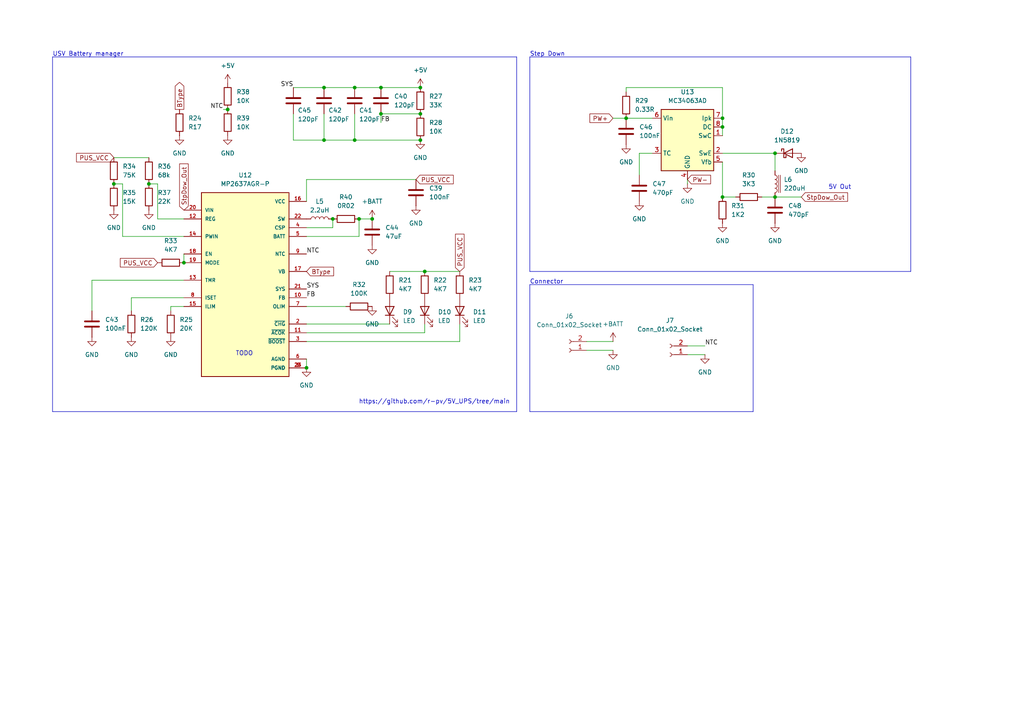
<source format=kicad_sch>
(kicad_sch (version 20231120) (generator "eeschema") (generator_version "8.0")
  (paper "A4")
  (lib_symbols
    (symbol "Connector:Conn_01x02_Socket" (pin_names (offset 1.016) hide)
      (property "Reference" "J" (at 0 2.54 0))
      (property "Value" "Conn_01x02_Socket" (at 0 -5.08 0))
      (symbol "Conn_01x02_Socket_1_1"
        (arc (start 0 -2.032) (mid -0.5058 -2.54) (end 0 -3.048) (stroke (width 0.1524)))
        (polyline (pts (xy -1.27 -2.54) (xy -0.508 -2.54)) (stroke (width 0.1524)))
        (polyline (pts (xy -1.27 0) (xy -0.508 0)) (stroke (width 0.1524)))
        (arc (start 0 0.508) (mid -0.5058 0) (end 0 -0.508) (stroke (width 0.1524)))
        (pin passive line (at -5.08 0 0) (length 3.81) (name "Pin_1") (number "1"))
        (pin passive line (at -5.08 -2.54 0) (length 3.81) (name "Pin_2") (number "2"))
      )
    )
    (symbol "Device:C" (pin_numbers hide) (pin_names (offset 0.254))
      (property "Reference" "C" (at 0.635 2.54 0))
      (property "Value" "C" (at 0.635 -2.54 0))
      (symbol "C_0_1"
        (polyline (pts (xy -2.032 -0.762) (xy 2.032 -0.762)) (stroke (width 0.508)))
        (polyline (pts (xy -2.032 0.762) (xy 2.032 0.762)) (stroke (width 0.508)))
      )
      (symbol "C_1_1"
        (pin passive line (at 0 3.81 270) (length 2.794) (name "~") (number "1"))
        (pin passive line (at 0 -3.81 90) (length 2.794) (name "~") (number "2"))
      )
    )
    (symbol "Device:L" (pin_numbers hide) (pin_names (offset 1.016) hide)
      (property "Reference" "L" (at -1.27 0 90))
      (property "Value" "L" (at 1.905 0 90))
      (symbol "L_0_1"
        (arc (start 0 -2.54) (mid 0.6323 -1.905) (end 0 -1.27))
        (arc (start 0 -1.27) (mid 0.6323 -0.635) (end 0 0))
        (arc (start 0 0) (mid 0.6323 0.635) (end 0 1.27))
        (arc (start 0 1.27) (mid 0.6323 1.905) (end 0 2.54))
      )
      (symbol "L_1_1"
        (pin passive line (at 0 3.81 270) (length 1.27) (name "1") (number "1"))
        (pin passive line (at 0 -3.81 90) (length 1.27) (name "2") (number "2"))
      )
    )
    (symbol "Device:LED" (pin_numbers hide) (pin_names (offset 1.016) hide)
      (property "Reference" "D" (at 0 2.54 0))
      (property "Value" "LED" (at 0 -2.54 0))
      (symbol "LED_0_1"
        (polyline (pts (xy -1.27 -1.27) (xy -1.27 1.27)) (stroke (width 0.254)))
        (polyline (pts (xy -1.27 0) (xy 1.27 0)))
        (polyline (pts (xy 1.27 -1.27) (xy 1.27 1.27) (xy -1.27 0) (xy 1.27 -1.27)) (stroke (width 0.254)))
        (polyline (pts (xy -3.048 -0.762) (xy -4.572 -2.286) (xy -3.81 -2.286) (xy -4.572 -2.286) (xy -4.572 -1.524)))
        (polyline (pts (xy -1.778 -0.762) (xy -3.302 -2.286) (xy -2.54 -2.286) (xy -3.302 -2.286) (xy -3.302 -1.524)))
      )
      (symbol "LED_1_1"
        (pin passive line (at -3.81 0 0) (length 2.54) (name "K") (number "1"))
        (pin passive line (at 3.81 0 180) (length 2.54) (name "A") (number "2"))
      )
    )
    (symbol "Device:L_Iron" (pin_numbers hide) (pin_names (offset 1.016) hide)
      (property "Reference" "L" (at -1.27 0 90))
      (property "Value" "L_Iron" (at 2.794 0 90))
      (symbol "L_Iron_0_1"
        (arc (start 0 -2.54) (mid 0.6323 -1.905) (end 0 -1.27))
        (arc (start 0 -1.27) (mid 0.6323 -0.635) (end 0 0))
        (polyline (pts (xy 1.016 2.54) (xy 1.016 -2.54)))
        (polyline (pts (xy 1.524 -2.54) (xy 1.524 2.54)))
        (arc (start 0 0) (mid 0.6323 0.635) (end 0 1.27))
        (arc (start 0 1.27) (mid 0.6323 1.905) (end 0 2.54))
      )
      (symbol "L_Iron_1_1"
        (pin passive line (at 0 3.81 270) (length 1.27) (name "1") (number "1"))
        (pin passive line (at 0 -3.81 90) (length 1.27) (name "2") (number "2"))
      )
    )
    (symbol "Device:R" (pin_numbers hide) (pin_names (offset 0))
      (property "Reference" "R" (at 2.032 0 90))
      (property "Value" "R" (at 0 0 90))
      (symbol "R_0_1"
        (rectangle (start -1.016 -2.54) (end 1.016 2.54) (stroke (width 0.254)))
      )
      (symbol "R_1_1"
        (pin passive line (at 0 3.81 270) (length 1.27) (name "~") (number "1"))
        (pin passive line (at 0 -3.81 90) (length 1.27) (name "~") (number "2"))
      )
    )
    (symbol "Diode:1N5819" (pin_numbers hide) (pin_names (offset 1.016) hide)
      (property "Reference" "D" (at 0 2.54 0))
      (property "Value" "1N5819" (at 0 -2.54 0))
      (symbol "1N5819_0_1"
        (polyline (pts (xy 1.27 0) (xy -1.27 0)))
        (polyline (pts (xy 1.27 1.27) (xy 1.27 -1.27) (xy -1.27 0) (xy 1.27 1.27)) (stroke (width 0.254)))
        (polyline (pts (xy -1.905 0.635) (xy -1.905 1.27) (xy -1.27 1.27) (xy -1.27 -1.27) (xy -0.635 -1.27) (xy -0.635 -0.635)) (stroke (width 0.254)))
      )
      (symbol "1N5819_1_1"
        (pin passive line (at -3.81 0 0) (length 2.54) (name "K") (number "1"))
        (pin passive line (at 3.81 0 180) (length 2.54) (name "A") (number "2"))
      )
    )
    (symbol "MP2637AGR-P:MP2637AGR-P" (pin_names (offset 1.016))
      (property "Reference" "U" (at -12.7 28.702 0))
      (property "Value" "MP2637AGR-P" (at -12.7 -27.94 0))
      (symbol "MP2637AGR-P_0_0"
        (rectangle (start -12.7 -25.4) (end 12.7 27.94) (stroke (width 0.254)) (fill (type background)))
        (pin power_in line (at 17.78 -22.86 180) (length 5.08) (name "PGND") (number "1"))
        (pin input line (at 17.78 -2.54 180) (length 5.08) (name "FB") (number "10"))
        (pin output line (at 17.78 -12.7 180) (length 5.08) (name "~{ACOK}") (number "11"))
        (pin input line (at -17.78 20.32 0) (length 5.08) (name "REG") (number "12"))
        (pin input line (at -17.78 2.54 0) (length 5.08) (name "TMR") (number "13"))
        (pin input line (at -17.78 15.24 0) (length 5.08) (name "PWIN") (number "14"))
        (pin passive line (at -17.78 -5.08 0) (length 5.08) (name "ILIM") (number "15"))
        (pin power_in line (at 17.78 25.4 180) (length 5.08) (name "VCC") (number "16"))
        (pin input line (at 17.78 5.08 180) (length 5.08) (name "VB") (number "17"))
        (pin input line (at -17.78 10.16 0) (length 5.08) (name "EN") (number "18"))
        (pin input line (at -17.78 7.62 0) (length 5.08) (name "MODE") (number "19"))
        (pin output line (at 17.78 -10.16 180) (length 5.08) (name "~{CHG}") (number "2"))
        (pin input line (at -17.78 22.86 0) (length 5.08) (name "VIN") (number "20"))
        (pin output line (at 17.78 0 180) (length 5.08) (name "SYS") (number "21"))
        (pin output line (at 17.78 20.32 180) (length 5.08) (name "SW") (number "22"))
        (pin power_in line (at 17.78 -22.86 180) (length 5.08) (name "PGND") (number "23"))
        (pin power_in line (at 17.78 -22.86 180) (length 5.08) (name "PGND") (number "24"))
        (pin output line (at 17.78 -15.24 180) (length 5.08) (name "~{BOOST}") (number "3"))
        (pin input line (at 17.78 17.78 180) (length 5.08) (name "CSP") (number "4"))
        (pin input line (at 17.78 15.24 180) (length 5.08) (name "BATT") (number "5"))
        (pin power_in line (at 17.78 -20.32 180) (length 5.08) (name "AGND") (number "6"))
        (pin passive line (at 17.78 -5.08 180) (length 5.08) (name "OLIM") (number "7"))
        (pin passive line (at -17.78 -2.54 0) (length 5.08) (name "ISET") (number "8"))
        (pin passive line (at 17.78 10.16 180) (length 5.08) (name "NTC") (number "9"))
      )
    )
    (symbol "Regulator_Switching:MC34063AD"
      (property "Reference" "U" (at -7.62 8.89 0))
      (property "Value" "MC34063AD" (at 0 8.89 0))
      (symbol "MC34063AD_0_1"
        (rectangle (start -7.62 7.62) (end 7.62 -10.16) (stroke (width 0.254)) (fill (type background)))
      )
      (symbol "MC34063AD_1_1"
        (pin open_collector line (at 10.16 0 180) (length 2.54) (name "SwC") (number "1"))
        (pin open_emitter line (at 10.16 -5.08 180) (length 2.54) (name "SwE") (number "2"))
        (pin passive line (at -10.16 -5.08 0) (length 2.54) (name "TC") (number "3"))
        (pin power_in line (at 0 -12.7 90) (length 2.54) (name "GND") (number "4"))
        (pin input line (at 10.16 -7.62 180) (length 2.54) (name "Vfb") (number "5"))
        (pin power_in line (at -10.16 5.08 0) (length 2.54) (name "Vin") (number "6"))
        (pin input line (at 10.16 5.08 180) (length 2.54) (name "Ipk") (number "7"))
        (pin open_collector line (at 10.16 2.54 180) (length 2.54) (name "DC") (number "8"))
      )
    )
    (symbol "power:+5V" (power) (pin_numbers hide) (pin_names (offset 0) hide)
      (property "Value" "+5V" (at 0 3.556 0))
      (symbol "+5V_0_1"
        (polyline (pts (xy -0.762 1.27) (xy 0 2.54)))
        (polyline (pts (xy 0 0) (xy 0 2.54)))
        (polyline (pts (xy 0 2.54) (xy 0.762 1.27)))
      )
      (symbol "+5V_1_1"
        (pin power_in line (at 0 0 90) (length 0) (name "~") (number "1"))
      )
    )
    (symbol "power:+BATT" (power) (pin_numbers hide) (pin_names (offset 0) hide)
      (property "Value" "+BATT" (at 0 3.556 0))
      (symbol "+BATT_0_1"
        (polyline (pts (xy -0.762 1.27) (xy 0 2.54)))
        (polyline (pts (xy 0 0) (xy 0 2.54)))
        (polyline (pts (xy 0 2.54) (xy 0.762 1.27)))
      )
      (symbol "+BATT_1_1"
        (pin power_in line (at 0 0 90) (length 0) (name "~") (number "1"))
      )
    )
    (symbol "power:GND" (power) (pin_numbers hide) (pin_names (offset 0) hide)
      (property "Value" "GND" (at 0 -3.81 0))
      (symbol "GND_0_1"
        (polyline (pts (xy 0 0) (xy 0 -1.27) (xy 1.27 -1.27) (xy 0 -2.54) (xy -1.27 -1.27) (xy 0 -1.27)))
      )
      (symbol "GND_1_1"
        (pin power_in line (at 0 0 270) (length 0) (name "~") (number "1"))
      )
    )
  )
  (junction (at 53.34 76.2))
  (junction (at 209.55 36.83))
  (junction (at 93.98 25.4))
  (junction (at 121.92 40.64))
  (junction (at 121.92 25.4))
  (junction (at 209.55 34.29))
  (junction (at 181.61 34.29))
  (junction (at 96.52 63.5))
  (junction (at 93.98 40.64))
  (junction (at 88.9 106.68))
  (junction (at 110.49 33.02))
  (junction (at 224.79 57.15))
  (junction (at 33.02 53.34))
  (junction (at 123.19 78.74))
  (junction (at 43.18 53.34))
  (junction (at 224.79 44.45))
  (junction (at 102.87 25.4))
  (junction (at 121.92 33.02))
  (junction (at 66.04 31.75))
  (junction (at 209.55 57.15))
  (junction (at 102.87 40.64))
  (junction (at 104.14 63.5))
  (junction (at 110.49 25.4))
  (junction (at 107.95 63.5))
  (wire (pts (xy 189.23 44.45) (xy 185.42 44.45)))
  (wire (pts (xy 93.98 25.4) (xy 102.87 25.4)))
  (wire (pts (xy 53.34 86.36) (xy 38.1 86.36)))
  (wire (pts (xy 224.79 57.15) (xy 232.41 57.15)))
  (wire (pts (xy 123.19 96.52) (xy 123.19 93.98)))
  (wire (pts (xy 110.49 33.02) (xy 121.92 33.02)))
  (polyline (pts (xy 153.67 16.51) (xy 153.67 78.74)) (stroke (width 0) (type solid)))
  (wire (pts (xy 100.33 88.9) (xy 88.9 88.9)))
  (polyline (pts (xy 153.67 82.55) (xy 153.67 119.38)) (stroke (width 0) (type solid)))
  (polyline (pts (xy 153.67 78.74) (xy 264.16 78.74)) (stroke (width 0) (type solid)))
  (wire (pts (xy 102.87 25.4) (xy 110.49 25.4)))
  (wire (pts (xy 53.34 63.5) (xy 45.72 63.5)))
  (wire (pts (xy 66.04 31.75) (xy 64.77 31.75)))
  (wire (pts (xy 88.9 99.06) (xy 133.35 99.06)))
  (polyline (pts (xy 15.24 16.51) (xy 149.86 16.51)) (stroke (width 0) (type solid)))
  (polyline (pts (xy 153.67 82.55) (xy 218.44 82.55)) (stroke (width 0) (type solid)))
  (wire (pts (xy 185.42 44.45) (xy 185.42 50.8)))
  (polyline (pts (xy 149.86 119.38) (xy 149.86 16.51)) (stroke (width 0) (type solid)))
  (polyline (pts (xy 15.24 16.51) (xy 15.24 119.38)) (stroke (width 0) (type solid)))
  (wire (pts (xy 104.14 68.58) (xy 104.14 63.5)))
  (wire (pts (xy 199.39 100.33) (xy 204.47 100.33)))
  (wire (pts (xy 35.56 53.34) (xy 33.02 53.34)))
  (wire (pts (xy 88.9 68.58) (xy 104.14 68.58)))
  (wire (pts (xy 209.55 25.4) (xy 209.55 34.29)))
  (wire (pts (xy 199.39 53.34) (xy 199.39 52.07)))
  (wire (pts (xy 224.79 44.45) (xy 209.55 44.45)))
  (wire (pts (xy 33.02 45.72) (xy 43.18 45.72)))
  (wire (pts (xy 209.55 57.15) (xy 213.36 57.15)))
  (wire (pts (xy 96.52 66.04) (xy 96.52 63.5)))
  (wire (pts (xy 102.87 33.02) (xy 102.87 40.64)))
  (wire (pts (xy 181.61 34.29) (xy 189.23 34.29)))
  (wire (pts (xy 85.09 40.64) (xy 93.98 40.64)))
  (polyline (pts (xy 218.44 119.38) (xy 218.44 82.55)) (stroke (width 0) (type solid)))
  (wire (pts (xy 53.34 88.9) (xy 49.53 88.9)))
  (wire (pts (xy 93.98 40.64) (xy 102.87 40.64)))
  (wire (pts (xy 35.56 68.58) (xy 35.56 53.34)))
  (wire (pts (xy 88.9 104.14) (xy 88.9 106.68)))
  (wire (pts (xy 113.03 78.74) (xy 123.19 78.74)))
  (wire (pts (xy 120.65 52.07) (xy 88.9 52.07)))
  (polyline (pts (xy 153.67 119.38) (xy 218.44 119.38)) (stroke (width 0) (type solid)))
  (wire (pts (xy 85.09 25.4) (xy 93.98 25.4)))
  (wire (pts (xy 123.19 78.74) (xy 133.35 78.74)))
  (wire (pts (xy 26.67 81.28) (xy 26.67 90.17)))
  (wire (pts (xy 93.98 33.02) (xy 93.98 40.64)))
  (wire (pts (xy 88.9 96.52) (xy 123.19 96.52)))
  (wire (pts (xy 88.9 52.07) (xy 88.9 58.42)))
  (wire (pts (xy 209.55 34.29) (xy 209.55 36.83)))
  (wire (pts (xy 110.49 25.4) (xy 121.92 25.4)))
  (wire (pts (xy 209.55 36.83) (xy 209.55 39.37)))
  (wire (pts (xy 45.72 53.34) (xy 43.18 53.34)))
  (wire (pts (xy 104.14 63.5) (xy 107.95 63.5)))
  (wire (pts (xy 209.55 46.99) (xy 209.55 57.15)))
  (wire (pts (xy 88.9 93.98) (xy 113.03 93.98)))
  (wire (pts (xy 45.72 63.5) (xy 45.72 53.34)))
  (wire (pts (xy 181.61 25.4) (xy 181.61 26.67)))
  (polyline (pts (xy 15.24 119.38) (xy 149.86 119.38)) (stroke (width 0) (type solid)))
  (wire (pts (xy 88.9 66.04) (xy 96.52 66.04)))
  (polyline (pts (xy 153.67 16.51) (xy 264.16 16.51)) (stroke (width 0) (type solid)))
  (wire (pts (xy 38.1 86.36) (xy 38.1 90.17)))
  (wire (pts (xy 53.34 73.66) (xy 53.34 76.2)))
  (wire (pts (xy 110.49 35.56) (xy 110.49 33.02)))
  (polyline (pts (xy 264.16 78.74) (xy 264.16 16.51)) (stroke (width 0) (type solid)))
  (wire (pts (xy 220.98 57.15) (xy 224.79 57.15)))
  (wire (pts (xy 85.09 33.02) (xy 85.09 40.64)))
  (wire (pts (xy 224.79 44.45) (xy 224.79 49.53)))
  (wire (pts (xy 49.53 88.9) (xy 49.53 90.17)))
  (wire (pts (xy 177.8 101.6) (xy 170.18 101.6)))
  (wire (pts (xy 170.18 99.06) (xy 177.8 99.06)))
  (wire (pts (xy 181.61 25.4) (xy 209.55 25.4)))
  (wire (pts (xy 35.56 68.58) (xy 53.34 68.58)))
  (wire (pts (xy 133.35 99.06) (xy 133.35 93.98)))
  (wire (pts (xy 53.34 81.28) (xy 26.67 81.28)))
  (wire (pts (xy 102.87 40.64) (xy 121.92 40.64)))
  (wire (pts (xy 204.47 102.87) (xy 199.39 102.87)))
  (wire (pts (xy 177.8 34.29) (xy 181.61 34.29)))
  (text "USV Battery manager" (at 15.24 16.51 0) (effects (font (size 1.27 1.27)) (justify left bottom)))
  (text "https://github.com/r-pv/5V_UPS/tree/main" (at 125.984 116.586 0) (effects (font (size 1.27 1.27))))
  (text "5V Out" (at 243.586 54.356 0) (effects (font (size 1.27 1.27))))
  (text "Step Down" (at 153.67 16.51 0) (effects (font (size 1.27 1.27)) (justify left bottom)))
  (text "Connector" (at 153.67 82.55 0) (effects (font (size 1.27 1.27)) (justify left bottom)))
  (text "TODO" (at 70.866 102.616 0) (effects (font (size 1.27 1.27))))
  (label "NTC" (at 204.47 100.33 0))
  (label "FB" (at 88.9 86.36 0))
  (label "SYS" (at 88.9 83.82 0))
  (label "SYS" (at 85.09 25.4 180))
  (label "NTC" (at 88.9 73.66 0))
  (label "NTC" (at 64.77 31.75 180))
  (label "FB" (at 110.49 35.56 0))
  (global_label "PUS_VCC" (shape input) (at 45.72 76.2 180) (property "Intersheetrefs" "${INTERSHEET_REFS}" (effects (hide yes))))
  (global_label "BType" (shape output) (at 52.07 31.75 90) (property "Intersheetrefs" "${INTERSHEET_REFS}" (effects (hide yes))))
  (global_label "PW-" (shape input) (at 199.39 52.07 0) (property "Intersheetrefs" "${INTERSHEET_REFS}" (effects (hide yes))))
  (global_label "PUS_VCC" (shape input) (at 120.65 52.07 0) (property "Intersheetrefs" "${INTERSHEET_REFS}" (effects (hide yes))))
  (global_label "BType" (shape input) (at 88.9 78.74 0) (property "Intersheetrefs" "${INTERSHEET_REFS}" (effects (hide yes))))
  (global_label "PUS_VCC" (shape input) (at 33.02 45.72 180) (property "Intersheetrefs" "${INTERSHEET_REFS}" (effects (hide yes))))
  (global_label "StpDow_Out" (shape input) (at 53.34 60.96 90) (property "Intersheetrefs" "${INTERSHEET_REFS}" (effects (hide yes))))
  (global_label "PW+" (shape input) (at 177.8 34.29 180) (property "Intersheetrefs" "${INTERSHEET_REFS}" (effects (hide yes))))
  (global_label "StpDow_Out" (shape input) (at 232.41 57.15 0) (property "Intersheetrefs" "${INTERSHEET_REFS}" (effects (hide yes))))
  (global_label "PUS_VCC" (shape input) (at 133.35 78.74 90) (property "Intersheetrefs" "${INTERSHEET_REFS}" (effects (hide yes))))
  (symbol (lib_id "Device:LED") (at 113.03 90.17 90) (unit 1)
    (property "Reference" "D9" (at 116.84 90.4874 90) (effects (justify right)))
    (property "Value" "LED" (at 116.84 93.0274 90) (effects (justify right)))
    (property "Footprint" "Capacitor_SMD:C_0603_1608Metric" (effects (hide yes)))
    (property "Description" "Light emitting diode" (effects (hide yes)))
  )
  (symbol (lib_id "Device:R") (at 100.33 63.5 90) (unit 1)
    (property "Reference" "R40" (at 100.33 57.15 90))
    (property "Value" "0R02" (at 100.33 59.69 90))
    (property "Footprint" "Resistor_SMD:R_0603_1608Metric" (effects (hide yes)))
    (property "Description" "Resistor" (effects (hide yes)))
  )
  (symbol (lib_id "Device:C") (at 26.67 93.98 0) (unit 1)
    (property "Reference" "C43" (at 30.48 92.7099 0) (effects (justify left)))
    (property "Value" "100nF" (at 30.48 95.2499 0) (effects (justify left)))
    (property "Description" "Unpolarized capacitor" (effects (hide yes)))
  )
  (symbol (lib_id "power:GND") (at 49.53 97.79 0) (unit 1)
    (property "Reference" "#PWR066" (effects (hide yes)))
    (property "Value" "GND" (at 49.53 102.87 0))
    (property "Description" "Power symbol creates a global label with name \"GND\" , ground" (effects (hide yes)))
  )
  (symbol (lib_id "power:+BATT") (at 107.95 63.5 0) (unit 1)
    (property "Reference" "#PWR083" (effects (hide yes)))
    (property "Value" "+BATT" (at 107.95 58.42 0))
    (property "Description" "Power symbol creates a global label with name \"+BATT\"" (effects (hide yes)))
  )
  (symbol (lib_id "Device:R") (at 113.03 82.55 0) (unit 1)
    (property "Reference" "R21" (at 115.57 81.2799 0) (effects (justify left)))
    (property "Value" "4K7" (at 115.57 83.8199 0) (effects (justify left)))
    (property "Footprint" "Resistor_SMD:R_0603_1608Metric" (effects (hide yes)))
    (property "Description" "Resistor" (effects (hide yes)))
  )
  (symbol (lib_id "MP2637AGR-P:MP2637AGR-P") (at 71.12 83.82 0) (unit 1)
    (property "Reference" "U12" (at 71.12 50.8 0))
    (property "Value" "MP2637AGR-P" (at 71.12 53.34 0))
    (property "Footprint" "MP2637AGR-P:IC_MP2637AGR-P" (effects (hide yes)))
    (property "MF" "Monolithic Power Systems" (effects (hide yes)))
    (property "MAXIMUM_PACKAGE_HEIGHT" "1.05 mm" (effects (hide yes)))
    (property "Package" "None" (effects (hide yes)))
    (property "Price" "None" (effects (hide yes)))
    (property "Check_prices" "https://www.snapeda.com/parts/MP2637AGR-P/Monolithic+Power+Systems/view-part/?ref=eda" (effects (hide yes)))
    (property "STANDARD" "Manufacturer Recommendations" (effects (hide yes)))
    (property "PARTREV" "1.0" (effects (hide yes)))
    (property "SnapEDA_Link" "https://www.snapeda.com/parts/MP2637AGR-P/Monolithic+Power+Systems/view-part/?ref=snap" (effects (hide yes)))
    (property "MP" "MP2637AGR-P" (effects (hide yes)))
    (property "Description_1" "\nCharger IC Lithium Ion/Polymer 24-QFN (4x4)\n" (effects (hide yes)))
    (property "MANUFACTURER" "Monolithic Power Systems" (effects (hide yes)))
    (property "Availability" "In Stock" (effects (hide yes)))
    (property "SNAPEDA_PN" "MP2637AGR-P" (effects (hide yes)))
  )
  (symbol (lib_id "Device:L") (at 92.71 63.5 90) (unit 1)
    (property "Reference" "L5" (at 92.71 58.42 90))
    (property "Value" "2.2uH" (at 92.71 60.96 90))
    (property "Footprint" "Inductor_SMD:L_Bourns_SRP7028A_7.3x6.6mm" (effects (hide yes)))
    (property "Description" "Inductor" (effects (hide yes)))
  )
  (symbol (lib_id "Device:R") (at 33.02 57.15 0) (unit 1)
    (property "Reference" "R35" (at 35.56 55.8799 0) (effects (justify left)))
    (property "Value" "15K" (at 35.56 58.4199 0) (effects (justify left)))
    (property "Footprint" "Resistor_SMD:R_0603_1608Metric" (effects (hide yes)))
    (property "Description" "Resistor" (effects (hide yes)))
  )
  (symbol (lib_id "power:+BATT") (at 177.8 99.06 0) (unit 1)
    (property "Reference" "#PWR043" (effects (hide yes)))
    (property "Value" "+BATT" (at 177.8 93.98 0))
    (property "Description" "Power symbol creates a global label with name \"+BATT\"" (effects (hide yes)))
  )
  (symbol (lib_id "Device:R") (at 66.04 35.56 0) (unit 1)
    (property "Reference" "R39" (at 68.58 34.2899 0) (effects (justify left)))
    (property "Value" "10K" (at 68.58 36.8299 0) (effects (justify left)))
    (property "Footprint" "Resistor_SMD:R_0603_1608Metric" (effects (hide yes)))
    (property "Description" "Resistor" (effects (hide yes)))
  )
  (symbol (lib_id "Device:R") (at 66.04 27.94 0) (unit 1)
    (property "Reference" "R38" (at 68.58 26.6699 0) (effects (justify left)))
    (property "Value" "10K" (at 68.58 29.2099 0) (effects (justify left)))
    (property "Footprint" "Resistor_SMD:R_0603_1608Metric" (effects (hide yes)))
    (property "Description" "Resistor" (effects (hide yes)))
  )
  (symbol (lib_id "Device:R") (at 43.18 49.53 0) (unit 1)
    (property "Reference" "R36" (at 45.72 48.2599 0) (effects (justify left)))
    (property "Value" "68k" (at 45.72 50.7999 0) (effects (justify left)))
    (property "Footprint" "Resistor_SMD:R_0603_1608Metric" (effects (hide yes)))
    (property "Description" "Resistor" (effects (hide yes)))
  )
  (symbol (lib_id "power:GND") (at 185.42 58.42 0) (unit 1)
    (property "Reference" "#PWR073" (effects (hide yes)))
    (property "Value" "GND" (at 185.42 63.5 0))
    (property "Description" "Power symbol creates a global label with name \"GND\" , ground" (effects (hide yes)))
  )
  (symbol (lib_id "Device:R") (at 33.02 49.53 0) (unit 1)
    (property "Reference" "R34" (at 35.56 48.2599 0) (effects (justify left)))
    (property "Value" "75K" (at 35.56 50.7999 0) (effects (justify left)))
    (property "Footprint" "Resistor_SMD:R_0603_1608Metric" (effects (hide yes)))
    (property "Description" "Resistor" (effects (hide yes)))
  )
  (symbol (lib_id "power:GND") (at 224.79 64.77 0) (unit 1)
    (property "Reference" "#PWR075" (effects (hide yes)))
    (property "Value" "GND" (at 224.79 69.85 0))
    (property "Description" "Power symbol creates a global label with name \"GND\" , ground" (effects (hide yes)))
  )
  (symbol (lib_id "Device:LED") (at 133.35 90.17 90) (unit 1)
    (property "Reference" "D11" (at 137.16 90.4874 90) (effects (justify right)))
    (property "Value" "LED" (at 137.16 93.0274 90) (effects (justify right)))
    (property "Footprint" "Capacitor_SMD:C_0603_1608Metric" (effects (hide yes)))
    (property "Description" "Light emitting diode" (effects (hide yes)))
  )
  (symbol (lib_id "power:GND") (at 33.02 60.96 0) (unit 1)
    (property "Reference" "#PWR079" (effects (hide yes)))
    (property "Value" "GND" (at 33.02 66.04 0))
    (property "Description" "Power symbol creates a global label with name \"GND\" , ground" (effects (hide yes)))
  )
  (symbol (lib_id "Device:C") (at 107.95 67.31 0) (unit 1)
    (property "Reference" "C44" (at 111.76 66.0399 0) (effects (justify left)))
    (property "Value" "47uF" (at 111.76 68.5799 0) (effects (justify left)))
    (property "Description" "Unpolarized capacitor" (effects (hide yes)))
  )
  (symbol (lib_id "Device:C") (at 110.49 29.21 0) (unit 1)
    (property "Reference" "C40" (at 114.3 27.9399 0) (effects (justify left)))
    (property "Value" "120pF" (at 114.3 30.4799 0) (effects (justify left)))
    (property "Description" "Unpolarized capacitor" (effects (hide yes)))
  )
  (symbol (lib_id "Device:R") (at 133.35 82.55 0) (unit 1)
    (property "Reference" "R23" (at 135.89 81.2799 0) (effects (justify left)))
    (property "Value" "4K7" (at 135.89 83.8199 0) (effects (justify left)))
    (property "Footprint" "Resistor_SMD:R_0603_1608Metric" (effects (hide yes)))
    (property "Description" "Resistor" (effects (hide yes)))
  )
  (symbol (lib_id "power:GND") (at 88.9 106.68 0) (unit 1)
    (property "Reference" "#PWR018" (effects (hide yes)))
    (property "Value" "GND" (at 88.9 111.76 0))
    (property "Description" "Power symbol creates a global label with name \"GND\" , ground" (effects (hide yes)))
  )
  (symbol (lib_id "power:GND") (at 38.1 97.79 0) (unit 1)
    (property "Reference" "#PWR067" (effects (hide yes)))
    (property "Value" "GND" (at 38.1 102.87 0))
    (property "Description" "Power symbol creates a global label with name \"GND\" , ground" (effects (hide yes)))
  )
  (symbol (lib_id "Device:R") (at 49.53 93.98 0) (unit 1)
    (property "Reference" "R25" (at 52.07 92.7099 0) (effects (justify left)))
    (property "Value" "20K" (at 52.07 95.2499 0) (effects (justify left)))
    (property "Footprint" "Resistor_SMD:R_0603_1608Metric" (effects (hide yes)))
    (property "Description" "Resistor" (effects (hide yes)))
  )
  (symbol (lib_id "Device:C") (at 102.87 29.21 0) (unit 1)
    (property "Reference" "C41" (at 104.14 32.004 0) (effects (justify left)))
    (property "Value" "120pF" (at 104.14 34.544 0) (effects (justify left)))
    (property "Description" "Unpolarized capacitor" (effects (hide yes)))
  )
  (symbol (lib_id "Device:R") (at 121.92 29.21 0) (unit 1)
    (property "Reference" "R27" (at 124.46 27.9399 0) (effects (justify left)))
    (property "Value" "33K" (at 124.46 30.4799 0) (effects (justify left)))
    (property "Footprint" "Resistor_SMD:R_0603_1608Metric" (effects (hide yes)))
    (property "Description" "Resistor" (effects (hide yes)))
  )
  (symbol (lib_id "Device:R") (at 38.1 93.98 0) (unit 1)
    (property "Reference" "R26" (at 40.64 92.7099 0) (effects (justify left)))
    (property "Value" "120K" (at 40.64 95.2499 0) (effects (justify left)))
    (property "Footprint" "Resistor_SMD:R_0603_1608Metric" (effects (hide yes)))
    (property "Description" "Resistor" (effects (hide yes)))
  )
  (symbol (lib_id "Device:R") (at 123.19 82.55 0) (unit 1)
    (property "Reference" "R22" (at 125.73 81.2799 0) (effects (justify left)))
    (property "Value" "4K7" (at 125.73 83.8199 0) (effects (justify left)))
    (property "Footprint" "Resistor_SMD:R_0603_1608Metric" (effects (hide yes)))
    (property "Description" "Resistor" (effects (hide yes)))
  )
  (symbol (lib_id "Diode:1N5819") (at 228.6 44.45 0) (unit 1)
    (property "Reference" "D12" (at 228.2825 38.1 0))
    (property "Value" "1N5819" (at 228.2825 40.64 0))
    (property "Footprint" "Diode_THT:D_DO-41_SOD81_P10.16mm_Horizontal" (effects (hide yes)))
    (property "Datasheet" "http://www.vishay.com/docs/88525/1n5817.pdf" (effects (hide yes)))
    (property "Description" "40V 1A Schottky Barrier Rectifier Diode, DO-41" (effects (hide yes)))
  )
  (symbol (lib_id "power:GND") (at 26.67 97.79 0) (unit 1)
    (property "Reference" "#PWR077" (effects (hide yes)))
    (property "Value" "GND" (at 26.67 102.87 0))
    (property "Description" "Power symbol creates a global label with name \"GND\" , ground" (effects (hide yes)))
  )
  (symbol (lib_id "Device:R") (at 52.07 35.56 0) (unit 1)
    (property "Reference" "R24" (at 54.61 34.2899 0) (effects (justify left)))
    (property "Value" "R17" (at 54.61 36.8299 0) (effects (justify left)))
    (property "Footprint" "Resistor_SMD:R_0603_1608Metric" (effects (hide yes)))
    (property "Description" "Resistor" (effects (hide yes)))
  )
  (symbol (lib_id "power:GND") (at 66.04 39.37 0) (unit 1)
    (property "Reference" "#PWR082" (effects (hide yes)))
    (property "Value" "GND" (at 66.04 44.45 0))
    (property "Description" "Power symbol creates a global label with name \"GND\" , ground" (effects (hide yes)))
  )
  (symbol (lib_id "Device:R") (at 121.92 36.83 0) (unit 1)
    (property "Reference" "R28" (at 124.46 35.5599 0) (effects (justify left)))
    (property "Value" "10K" (at 124.46 38.0999 0) (effects (justify left)))
    (property "Footprint" "Resistor_SMD:R_0603_1608Metric" (effects (hide yes)))
    (property "Description" "Resistor" (effects (hide yes)))
  )
  (symbol (lib_id "Device:C") (at 120.65 55.88 0) (unit 1)
    (property "Reference" "C39" (at 124.46 54.6099 0) (effects (justify left)))
    (property "Value" "100nF" (at 124.46 57.1499 0) (effects (justify left)))
    (property "Description" "Unpolarized capacitor" (effects (hide yes)))
  )
  (symbol (lib_id "power:GND") (at 181.61 41.91 0) (unit 1)
    (property "Reference" "#PWR072" (effects (hide yes)))
    (property "Value" "GND" (at 181.61 46.99 0))
    (property "Description" "Power symbol creates a global label with name \"GND\" , ground" (effects (hide yes)))
  )
  (symbol (lib_id "power:GND") (at 199.39 53.34 0) (unit 1)
    (property "Reference" "#PWR070" (effects (hide yes)))
    (property "Value" "GND" (at 199.39 58.42 0))
    (property "Description" "Power symbol creates a global label with name \"GND\" , ground" (effects (hide yes)))
  )
  (symbol (lib_id "Device:R") (at 104.14 88.9 90) (unit 1)
    (property "Reference" "R32" (at 104.14 82.55 90))
    (property "Value" "100K" (at 104.14 85.09 90))
    (property "Footprint" "Resistor_SMD:R_0603_1608Metric" (effects (hide yes)))
    (property "Description" "Resistor" (effects (hide yes)))
  )
  (symbol (lib_id "power:+5V") (at 121.92 25.4 0) (unit 1)
    (property "Reference" "#PWR069" (effects (hide yes)))
    (property "Value" "+5V" (at 121.92 20.32 0))
    (property "Description" "Power symbol creates a global label with name \"+5V\"" (effects (hide yes)))
  )
  (symbol (lib_id "Connector:Conn_01x02_Socket") (at 194.31 102.87 180) (unit 1)
    (property "Reference" "J7" (at 194.31 92.964 0))
    (property "Value" "Conn_01x02_Socket" (at 194.31 95.504 0))
    (property "Footprint" "Connector_PinHeader_1.00mm:PinHeader_1x02_P1.00mm_Vertical" (effects (hide yes)))
    (property "Description" "Generic connector, single row, 01x02, script generated" (effects (hide yes)))
  )
  (symbol (lib_id "power:+5V") (at 66.04 24.13 0) (unit 1)
    (property "Reference" "#PWR081" (effects (hide yes)))
    (property "Value" "+5V" (at 66.04 19.05 0))
    (property "Description" "Power symbol creates a global label with name \"+5V\"" (effects (hide yes)))
  )
  (symbol (lib_id "power:GND") (at 52.07 39.37 0) (unit 1)
    (property "Reference" "#PWR040" (effects (hide yes)))
    (property "Value" "GND" (at 52.07 44.45 0))
    (property "Description" "Power symbol creates a global label with name \"GND\" , ground" (effects (hide yes)))
  )
  (symbol (lib_id "power:GND") (at 209.55 64.77 0) (unit 1)
    (property "Reference" "#PWR076" (effects (hide yes)))
    (property "Value" "GND" (at 209.55 69.85 0))
    (property "Description" "Power symbol creates a global label with name \"GND\" , ground" (effects (hide yes)))
  )
  (symbol (lib_id "Connector:Conn_01x02_Socket") (at 165.1 101.6 180) (unit 1)
    (property "Reference" "J6" (at 165.1 91.694 0))
    (property "Value" "Conn_01x02_Socket" (at 165.1 94.234 0))
    (property "Footprint" "Connector_PinHeader_1.00mm:PinHeader_1x02_P1.00mm_Vertical" (effects (hide yes)))
    (property "Description" "Generic connector, single row, 01x02, script generated" (effects (hide yes)))
  )
  (symbol (lib_id "Device:L_Iron") (at 224.79 53.34 0) (unit 1)
    (property "Reference" "L6" (at 227.33 52.0699 0) (effects (justify left)))
    (property "Value" "220uH" (at 227.33 54.6099 0) (effects (justify left)))
    (property "Footprint" "Inductor_SMD:L_7.3x7.3_H4.5" (effects (hide yes)))
    (property "Description" "Inductor with iron core" (effects (hide yes)))
  )
  (symbol (lib_id "Device:R") (at 181.61 30.48 0) (unit 1)
    (property "Reference" "R29" (at 184.15 29.2099 0) (effects (justify left)))
    (property "Value" "0.33R" (at 184.15 31.7499 0) (effects (justify left)))
    (property "Footprint" "Resistor_SMD:R_0603_1608Metric" (effects (hide yes)))
    (property "Description" "Resistor" (effects (hide yes)))
  )
  (symbol (lib_id "Device:C") (at 224.79 60.96 0) (unit 1)
    (property "Reference" "C48" (at 228.6 59.6899 0) (effects (justify left)))
    (property "Value" "470pF" (at 228.6 62.2299 0) (effects (justify left)))
    (property "Description" "Unpolarized capacitor" (effects (hide yes)))
  )
  (symbol (lib_id "power:GND") (at 121.92 40.64 0) (unit 1)
    (property "Reference" "#PWR068" (effects (hide yes)))
    (property "Value" "GND" (at 121.92 45.72 0))
    (property "Description" "Power symbol creates a global label with name \"GND\" , ground" (effects (hide yes)))
  )
  (symbol (lib_id "power:GND") (at 232.41 44.45 0) (unit 1)
    (property "Reference" "#PWR074" (effects (hide yes)))
    (property "Value" "GND" (at 232.41 49.53 0))
    (property "Description" "Power symbol creates a global label with name \"GND\" , ground" (effects (hide yes)))
  )
  (symbol (lib_id "power:GND") (at 177.8 101.6 0) (unit 1)
    (property "Reference" "#PWR050" (effects (hide yes)))
    (property "Value" "GND" (at 177.8 106.68 0))
    (property "Description" "Power symbol creates a global label with name \"GND\" , ground" (effects (hide yes)))
  )
  (symbol (lib_id "Device:C") (at 181.61 38.1 0) (unit 1)
    (property "Reference" "C46" (at 185.42 36.8299 0) (effects (justify left)))
    (property "Value" "100nF" (at 185.42 39.3699 0) (effects (justify left)))
    (property "Description" "Unpolarized capacitor" (effects (hide yes)))
  )
  (symbol (lib_id "power:GND") (at 204.47 102.87 0) (unit 1)
    (property "Reference" "#PWR071" (effects (hide yes)))
    (property "Value" "GND" (at 204.47 107.95 0))
    (property "Description" "Power symbol creates a global label with name \"GND\" , ground" (effects (hide yes)))
  )
  (symbol (lib_id "Device:C") (at 185.42 54.61 0) (unit 1)
    (property "Reference" "C47" (at 189.23 53.3399 0) (effects (justify left)))
    (property "Value" "470pF" (at 189.23 55.8799 0) (effects (justify left)))
    (property "Description" "Unpolarized capacitor" (effects (hide yes)))
  )
  (symbol (lib_id "power:GND") (at 43.18 60.96 0) (unit 1)
    (property "Reference" "#PWR080" (effects (hide yes)))
    (property "Value" "GND" (at 43.18 66.04 0))
    (property "Description" "Power symbol creates a global label with name \"GND\" , ground" (effects (hide yes)))
  )
  (symbol (lib_id "power:GND") (at 107.95 88.9 0) (unit 1)
    (property "Reference" "#PWR078" (effects (hide yes)))
    (property "Value" "GND" (at 107.95 93.98 0))
    (property "Description" "Power symbol creates a global label with name \"GND\" , ground" (effects (hide yes)))
  )
  (symbol (lib_id "Device:C") (at 93.98 29.21 0) (unit 1)
    (property "Reference" "C42" (at 95.25 32.004 0) (effects (justify left)))
    (property "Value" "120pF" (at 95.25 34.544 0) (effects (justify left)))
    (property "Description" "Unpolarized capacitor" (effects (hide yes)))
  )
  (symbol (lib_id "power:GND") (at 120.65 59.69 0) (unit 1)
    (property "Reference" "#PWR024" (effects (hide yes)))
    (property "Value" "GND" (at 120.65 64.77 0))
    (property "Description" "Power symbol creates a global label with name \"GND\" , ground" (effects (hide yes)))
  )
  (symbol (lib_id "Device:R") (at 49.53 76.2 90) (unit 1)
    (property "Reference" "R33" (at 49.53 69.85 90))
    (property "Value" "4K7" (at 49.53 72.39 90))
    (property "Footprint" "Resistor_SMD:R_0603_1608Metric" (effects (hide yes)))
    (property "Description" "Resistor" (effects (hide yes)))
  )
  (symbol (lib_id "Device:R") (at 217.17 57.15 90) (unit 1)
    (property "Reference" "R30" (at 217.17 50.8 90))
    (property "Value" "3K3" (at 217.17 53.34 90))
    (property "Footprint" "Resistor_SMD:R_0603_1608Metric" (effects (hide yes)))
    (property "Description" "Resistor" (effects (hide yes)))
  )
  (symbol (lib_id "power:GND") (at 107.95 71.12 0) (unit 1)
    (property "Reference" "#PWR084" (effects (hide yes)))
    (property "Value" "GND" (at 107.95 76.2 0))
    (property "Description" "Power symbol creates a global label with name \"GND\" , ground" (effects (hide yes)))
  )
  (symbol (lib_id "Regulator_Switching:MC34063AD") (at 199.39 39.37 0) (unit 1)
    (property "Reference" "U13" (at 199.39 26.67 0))
    (property "Value" "MC34063AD" (at 199.39 29.21 0))
    (property "Footprint" "Package_SO:SOIC-8_3.9x4.9mm_P1.27mm" (effects (hide yes)))
    (property "Datasheet" "http://www.onsemi.com/pub_link/Collateral/MC34063A-D.PDF" (effects (hide yes)))
    (property "Description" "1.5A, step-up/down/inverting switching regulator, 3-40V Vin, 100kHz, SO-8" (effects (hide yes)))
  )
  (symbol (lib_id "Device:R") (at 43.18 57.15 0) (unit 1)
    (property "Reference" "R37" (at 45.72 55.8799 0) (effects (justify left)))
    (property "Value" "22K" (at 45.72 58.4199 0) (effects (justify left)))
    (property "Footprint" "Resistor_SMD:R_0603_1608Metric" (effects (hide yes)))
    (property "Description" "Resistor" (effects (hide yes)))
  )
  (symbol (lib_id "Device:R") (at 209.55 60.96 180) (unit 1)
    (property "Reference" "R31" (at 212.09 59.6899 0) (effects (justify right)))
    (property "Value" "1K2" (at 212.09 62.2299 0) (effects (justify right)))
    (property "Footprint" "Resistor_SMD:R_0603_1608Metric" (effects (hide yes)))
    (property "Description" "Resistor" (effects (hide yes)))
  )
  (symbol (lib_id "Device:C") (at 85.09 29.21 0) (unit 1)
    (property "Reference" "C45" (at 86.36 32.004 0) (effects (justify left)))
    (property "Value" "120pF" (at 86.36 34.544 0) (effects (justify left)))
    (property "Description" "Unpolarized capacitor" (effects (hide yes)))
  )
  (symbol (lib_id "Device:LED") (at 123.19 90.17 90) (unit 1)
    (property "Reference" "D10" (at 127 90.4874 90) (effects (justify right)))
    (property "Value" "LED" (at 127 93.0274 90) (effects (justify right)))
    (property "Footprint" "Capacitor_SMD:C_0603_1608Metric" (effects (hide yes)))
    (property "Description" "Light emitting diode" (effects (hide yes)))
  )
)
</source>
